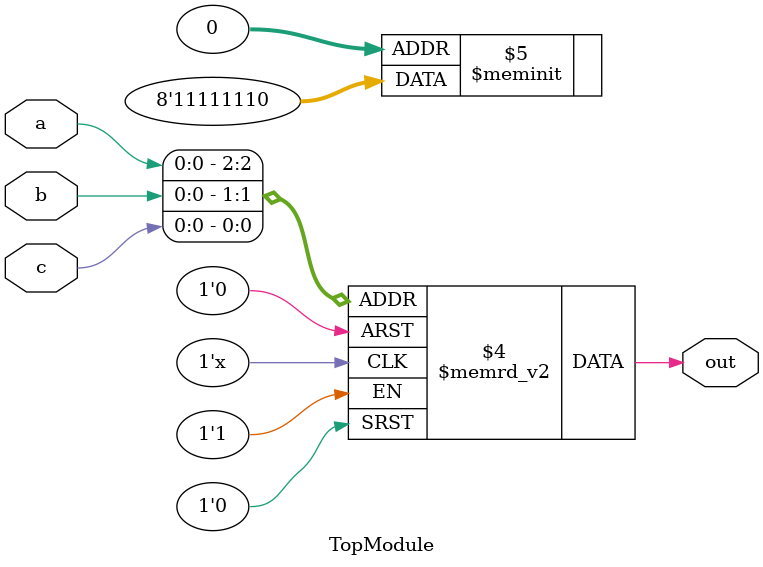
<source format=sv>
module TopModule (
    input logic a,
    input logic b,
    input logic c,
    output logic out
);

    always @(*) begin
        case ({a, b, c})
            3'b000: out = 1'b0;
            3'b001: out = 1'b1;
            3'b010: out = 1'b1;
            3'b011: out = 1'b1;
            3'b100: out = 1'b1;
            3'b101: out = 1'b1;
            3'b110: out = 1'b1;
            3'b111: out = 1'b1;
            default: out = 1'b0;
        endcase
    end

endmodule
</source>
